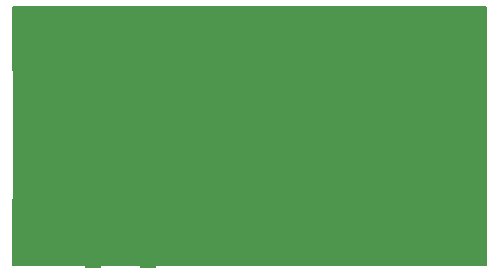
<source format=gts>
G04 #@! TF.GenerationSoftware,KiCad,Pcbnew,(5.0.0-rc2-153-gb37969f58)*
G04 #@! TF.CreationDate,2018-07-10T17:16:08+02:00*
G04 #@! TF.ProjectId,wb001,77623030312E6B696361645F70636200,rev?*
G04 #@! TF.SameCoordinates,Original*
G04 #@! TF.FileFunction,Soldermask,Top*
G04 #@! TF.FilePolarity,Negative*
%FSLAX46Y46*%
G04 Gerber Fmt 4.6, Leading zero omitted, Abs format (unit mm)*
G04 Created by KiCad (PCBNEW (5.0.0-rc2-153-gb37969f58)) date Tue Jul 10 17:16:08 2018*
%MOMM*%
%LPD*%
G01*
G04 APERTURE LIST*
%ADD10C,0.150000*%
%ADD11R,1.160000X3.100000*%
%ADD12R,1.400000X5.100000*%
%ADD13R,1.400000X3.300000*%
G04 APERTURE END LIST*
D10*
G36*
X148500000Y-61300000D02*
X148400000Y-72400000D01*
X188500000Y-72400000D01*
X188500000Y-50600000D01*
X148400000Y-50600000D01*
X148500000Y-61300000D01*
G37*
X148500000Y-61300000D02*
X148400000Y-72400000D01*
X188500000Y-72400000D01*
X188500000Y-50600000D01*
X148400000Y-50600000D01*
X148500000Y-61300000D01*
D11*
G04 #@! TO.C,J101*
X157500000Y-69150000D03*
D12*
X155200000Y-70150000D03*
D13*
X155720000Y-69250000D03*
X159280000Y-69250000D03*
D12*
X159820000Y-70150000D03*
G04 #@! TD*
M02*

</source>
